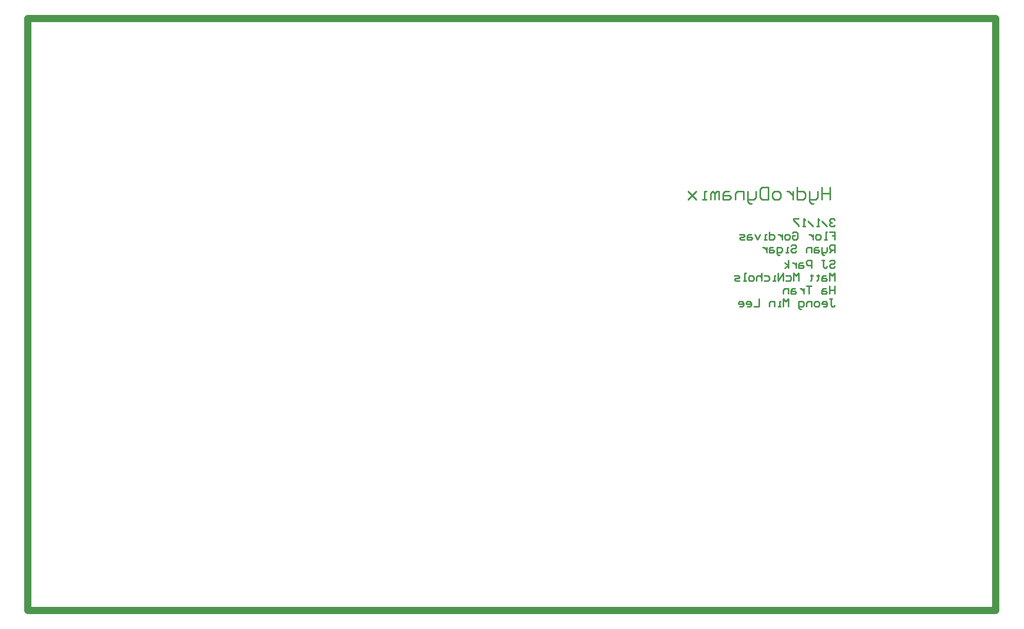
<source format=gbo>
G04 Layer_Color=32896*
%FSLAX25Y25*%
%MOIN*%
G70*
G01*
G75*
%ADD24C,0.01000*%
%ADD25C,0.04724*%
D24*
X622600Y352986D02*
X621767Y353819D01*
X620101D01*
X619268Y352986D01*
Y352153D01*
X620101Y351320D01*
X620934D01*
X620101D01*
X619268Y350487D01*
Y349654D01*
X620101Y348821D01*
X621767D01*
X622600Y349654D01*
X617602Y348821D02*
X614269Y352153D01*
X612603Y348821D02*
X610937D01*
X611770D01*
Y353819D01*
X612603Y352986D01*
X608438Y348821D02*
X605106Y352153D01*
X603440Y348821D02*
X601773D01*
X602606D01*
Y353819D01*
X603440Y352986D01*
X599274Y353819D02*
X595942D01*
Y352986D01*
X599274Y349654D01*
Y348821D01*
X619268Y345421D02*
X622600D01*
Y342922D01*
X620934D01*
X622600D01*
Y340423D01*
X617602D02*
X615936D01*
X616769D01*
Y345421D01*
X617602D01*
X612603Y340423D02*
X610937D01*
X610104Y341256D01*
Y342922D01*
X610937Y343755D01*
X612603D01*
X613436Y342922D01*
Y341256D01*
X612603Y340423D01*
X608438Y343755D02*
Y340423D01*
Y342089D01*
X607605Y342922D01*
X606772Y343755D01*
X605939D01*
X595109Y344588D02*
X595942Y345421D01*
X597608D01*
X598441Y344588D01*
Y341256D01*
X597608Y340423D01*
X595942D01*
X595109Y341256D01*
Y342922D01*
X596775D01*
X592610Y340423D02*
X590944D01*
X590110Y341256D01*
Y342922D01*
X590944Y343755D01*
X592610D01*
X593443Y342922D01*
Y341256D01*
X592610Y340423D01*
X588444Y343755D02*
Y340423D01*
Y342089D01*
X587611Y342922D01*
X586778Y343755D01*
X585945D01*
X580114Y345421D02*
Y340423D01*
X582613D01*
X583446Y341256D01*
Y342922D01*
X582613Y343755D01*
X580114D01*
X578448Y340423D02*
X576782D01*
X577615D01*
Y343755D01*
X578448D01*
X574282D02*
X572616Y340423D01*
X570950Y343755D01*
X568451D02*
X566785D01*
X565952Y342922D01*
Y340423D01*
X568451D01*
X569284Y341256D01*
X568451Y342089D01*
X565952D01*
X564286Y340423D02*
X561786D01*
X560953Y341256D01*
X561786Y342089D01*
X563452D01*
X564286Y342922D01*
X563452Y343755D01*
X560953D01*
X622600Y332025D02*
Y337023D01*
X620101D01*
X619268Y336190D01*
Y334524D01*
X620101Y333691D01*
X622600D01*
X620934D02*
X619268Y332025D01*
X617602Y335357D02*
Y332858D01*
X616769Y332025D01*
X614269D01*
Y331191D01*
X615102Y330358D01*
X615936D01*
X614269Y332025D02*
Y335357D01*
X611770D02*
X610104D01*
X609271Y334524D01*
Y332025D01*
X611770D01*
X612603Y332858D01*
X611770Y333691D01*
X609271D01*
X607605Y332025D02*
Y335357D01*
X605106D01*
X604273Y334524D01*
Y332025D01*
X594276Y336190D02*
X595109Y337023D01*
X596775D01*
X597608Y336190D01*
Y335357D01*
X596775Y334524D01*
X595109D01*
X594276Y333691D01*
Y332858D01*
X595109Y332025D01*
X596775D01*
X597608Y332858D01*
X592610Y332025D02*
X590944D01*
X591777D01*
Y335357D01*
X592610D01*
X586778Y330358D02*
X585945D01*
X585112Y331191D01*
Y335357D01*
X587611D01*
X588444Y334524D01*
Y332858D01*
X587611Y332025D01*
X585112D01*
X582613Y335357D02*
X580947D01*
X580114Y334524D01*
Y332025D01*
X582613D01*
X583446Y332858D01*
X582613Y333691D01*
X580114D01*
X578448Y335357D02*
Y332025D01*
Y333691D01*
X577615Y334524D01*
X576782Y335357D01*
X575948D01*
X619268Y326126D02*
X620101Y326959D01*
X621767D01*
X622600Y326126D01*
Y325293D01*
X621767Y324460D01*
X620101D01*
X619268Y323626D01*
Y322793D01*
X620101Y321960D01*
X621767D01*
X622600Y322793D01*
X614269Y326959D02*
X615936D01*
X615102D01*
Y322793D01*
X615936Y321960D01*
X616769D01*
X617602Y322793D01*
X607605Y321960D02*
Y326959D01*
X605106D01*
X604273Y326126D01*
Y324460D01*
X605106Y323626D01*
X607605D01*
X601773Y325293D02*
X600107D01*
X599274Y324460D01*
Y321960D01*
X601773D01*
X602606Y322793D01*
X601773Y323626D01*
X599274D01*
X597608Y325293D02*
Y321960D01*
Y323626D01*
X596775Y324460D01*
X595942Y325293D01*
X595109D01*
X592610Y321960D02*
Y326959D01*
Y323626D02*
X590110Y325293D01*
X592610Y323626D02*
X590110Y321960D01*
X622600Y313562D02*
Y318561D01*
X620934Y316895D01*
X619268Y318561D01*
Y313562D01*
X616769Y316895D02*
X615102D01*
X614269Y316061D01*
Y313562D01*
X616769D01*
X617602Y314395D01*
X616769Y315228D01*
X614269D01*
X611770Y317728D02*
Y316895D01*
X612603D01*
X610937D01*
X611770D01*
Y314395D01*
X610937Y313562D01*
X607605Y317728D02*
Y316895D01*
X608438D01*
X606772D01*
X607605D01*
Y314395D01*
X606772Y313562D01*
X599274D02*
Y318561D01*
X597608Y316895D01*
X595942Y318561D01*
Y313562D01*
X590944Y316895D02*
X593443D01*
X594276Y316061D01*
Y314395D01*
X593443Y313562D01*
X590944D01*
X589278D02*
Y318561D01*
X585945Y313562D01*
Y318561D01*
X584279Y313562D02*
X582613D01*
X583446D01*
Y316895D01*
X584279D01*
X576782D02*
X579281D01*
X580114Y316061D01*
Y314395D01*
X579281Y313562D01*
X576782D01*
X575115Y318561D02*
Y313562D01*
Y316061D01*
X574282Y316895D01*
X572616D01*
X571783Y316061D01*
Y313562D01*
X569284D02*
X567618D01*
X566785Y314395D01*
Y316061D01*
X567618Y316895D01*
X569284D01*
X570117Y316061D01*
Y314395D01*
X569284Y313562D01*
X565119D02*
X563452D01*
X564286D01*
Y318561D01*
X565119D01*
X560953Y313562D02*
X558454D01*
X557621Y314395D01*
X558454Y315228D01*
X560120D01*
X560953Y316061D01*
X560120Y316895D01*
X557621D01*
X622600Y310163D02*
Y305164D01*
Y307663D01*
X619268D01*
Y310163D01*
Y305164D01*
X616769Y308496D02*
X615102D01*
X614269Y307663D01*
Y305164D01*
X616769D01*
X617602Y305997D01*
X616769Y306830D01*
X614269D01*
X607605Y310163D02*
X604273D01*
X605939D01*
Y305164D01*
X602606Y308496D02*
Y305164D01*
Y306830D01*
X601773Y307663D01*
X600940Y308496D01*
X600107D01*
X596775D02*
X595109D01*
X594276Y307663D01*
Y305164D01*
X596775D01*
X597608Y305997D01*
X596775Y306830D01*
X594276D01*
X592610Y305164D02*
Y308496D01*
X590110D01*
X589278Y307663D01*
Y305164D01*
X619268Y301764D02*
X620934D01*
X620101D01*
Y297599D01*
X620934Y296766D01*
X621767D01*
X622600Y297599D01*
X615102Y296766D02*
X616769D01*
X617602Y297599D01*
Y299265D01*
X616769Y300098D01*
X615102D01*
X614269Y299265D01*
Y298432D01*
X617602D01*
X611770Y296766D02*
X610104D01*
X609271Y297599D01*
Y299265D01*
X610104Y300098D01*
X611770D01*
X612603Y299265D01*
Y297599D01*
X611770Y296766D01*
X607605D02*
Y300098D01*
X605106D01*
X604273Y299265D01*
Y296766D01*
X600940Y295100D02*
X600107D01*
X599274Y295933D01*
Y300098D01*
X601773D01*
X602606Y299265D01*
Y297599D01*
X601773Y296766D01*
X599274D01*
X592610D02*
Y301764D01*
X590944Y300098D01*
X589278Y301764D01*
Y296766D01*
X587611D02*
X585945D01*
X586778D01*
Y300098D01*
X587611D01*
X583446Y296766D02*
Y300098D01*
X580947D01*
X580114Y299265D01*
Y296766D01*
X573449Y301764D02*
Y296766D01*
X570117D01*
X565952D02*
X567618D01*
X568451Y297599D01*
Y299265D01*
X567618Y300098D01*
X565952D01*
X565119Y299265D01*
Y298432D01*
X568451D01*
X560953Y296766D02*
X562619D01*
X563452Y297599D01*
Y299265D01*
X562619Y300098D01*
X560953D01*
X560120Y299265D01*
Y298432D01*
X563452D01*
X619600Y374397D02*
Y366400D01*
Y370399D01*
X614268D01*
Y374397D01*
Y366400D01*
X611603Y371732D02*
Y367733D01*
X610270Y366400D01*
X606271D01*
Y365067D01*
X607604Y363734D01*
X608937D01*
X606271Y366400D02*
Y371732D01*
X598274Y374397D02*
Y366400D01*
X602272D01*
X603605Y367733D01*
Y370399D01*
X602272Y371732D01*
X598274D01*
X595608D02*
Y366400D01*
Y369066D01*
X594275Y370399D01*
X592942Y371732D01*
X591609D01*
X586277Y366400D02*
X583612D01*
X582279Y367733D01*
Y370399D01*
X583612Y371732D01*
X586277D01*
X587610Y370399D01*
Y367733D01*
X586277Y366400D01*
X579613Y374397D02*
Y366400D01*
X575614D01*
X574281Y367733D01*
Y373064D01*
X575614Y374397D01*
X579613D01*
X571616Y371732D02*
Y367733D01*
X570283Y366400D01*
X566284D01*
Y365067D01*
X567617Y363734D01*
X568950D01*
X566284Y366400D02*
Y371732D01*
X563618Y366400D02*
Y371732D01*
X559619D01*
X558287Y370399D01*
Y366400D01*
X554288Y371732D02*
X551622D01*
X550289Y370399D01*
Y366400D01*
X554288D01*
X555621Y367733D01*
X554288Y369066D01*
X550289D01*
X547623Y366400D02*
Y371732D01*
X546290D01*
X544957Y370399D01*
Y366400D01*
Y370399D01*
X543625Y371732D01*
X542292Y370399D01*
Y366400D01*
X539626D02*
X536960D01*
X538293D01*
Y371732D01*
X539626D01*
X532961D02*
X527630Y366400D01*
X530296Y369066D01*
X527630Y371732D01*
X532961Y366400D01*
D25*
X100000Y100000D02*
Y483500D01*
X727000D01*
Y100000D02*
Y483500D01*
X100000Y100000D02*
X727000D01*
M02*

</source>
